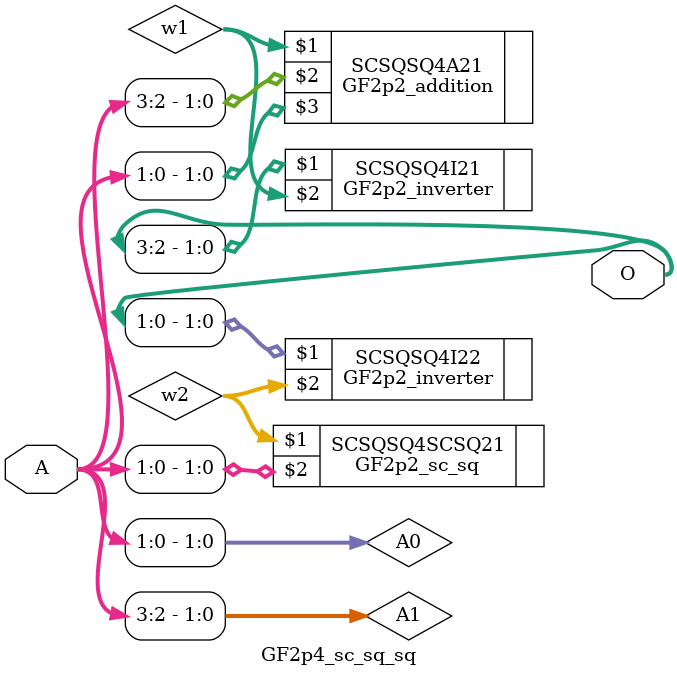
<source format=v>
`timescale 1ns / 1ps

//checked 1
module GF2p4_sc_sq_sq(O,A);
input [3:0] A;   
output [3:0] O;                           // output after inversion
//----------------------------------------------------
wire [3:2] A1;
wire [1:0] A0;
wire [1:0] w1,w2;
assign A1=A[3:2];
assign A0=A[1:0];
//----------------------------------------------------changed code from here
GF2p2_addition SCSQSQ4A21(w1,A1,A0);
GF2p2_inverter SCSQSQ4I21(O[3:2],w1);
GF2p2_sc_sq SCSQSQ4SCSQ21(w2,A0);
GF2p2_inverter SCSQSQ4I22(O[1:0],w2);
//---------------------------------------
endmodule
/*assign A1=A[3:2];
assign A0=A[1:0];
GF2p2_sc_sc_sq_sq SCSQSQ4SCSCSQSQ21(w1,A1);
GF2p2_sc_sq_sq SCSQSQ4SCSQSQ21(w2,A0);
GF2p2_addition SCSQSQ4A21(O[1:0],w1,w2);
assign O[3:2]=w2;*/
//---------------------------------------
/*GF2p2_addition SCSQSQ4A21(w1,A1,A0);
GF2p2_inverter SCSQSQ4I21(O[3:2],w1);
GF2p2_sc_sq SCSQSQ4SCSQ21(w2,A0);
GF2p2_inverter SCSQSQ4I22(O[1:0],w2);*/
</source>
